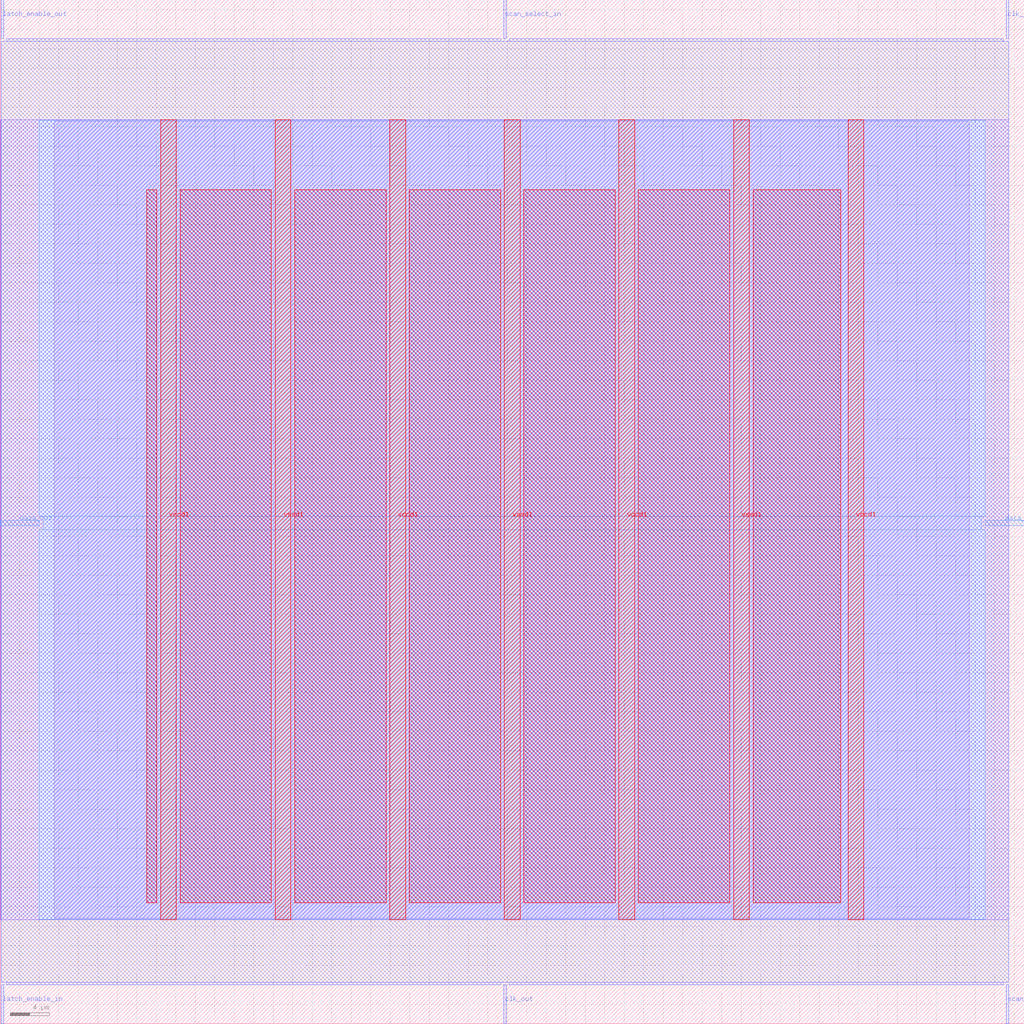
<source format=lef>
VERSION 5.7 ;
  NOWIREEXTENSIONATPIN ON ;
  DIVIDERCHAR "/" ;
  BUSBITCHARS "[]" ;
MACRO scan_wrapper_019235602376235615
  CLASS BLOCK ;
  FOREIGN scan_wrapper_019235602376235615 ;
  ORIGIN 0.000 0.000 ;
  SIZE 105.000 BY 105.000 ;
  PIN clk_in
    DIRECTION INPUT ;
    USE SIGNAL ;
    PORT
      LAYER met2 ;
        RECT 103.130 101.000 103.410 105.000 ;
    END
  END clk_in
  PIN clk_out
    DIRECTION OUTPUT TRISTATE ;
    USE SIGNAL ;
    PORT
      LAYER met2 ;
        RECT 51.610 0.000 51.890 4.000 ;
    END
  END clk_out
  PIN data_in
    DIRECTION INPUT ;
    USE SIGNAL ;
    PORT
      LAYER met3 ;
        RECT 101.000 51.040 105.000 51.640 ;
    END
  END data_in
  PIN data_out
    DIRECTION OUTPUT TRISTATE ;
    USE SIGNAL ;
    PORT
      LAYER met3 ;
        RECT 0.000 51.040 4.000 51.640 ;
    END
  END data_out
  PIN latch_enable_in
    DIRECTION INPUT ;
    USE SIGNAL ;
    PORT
      LAYER met2 ;
        RECT 0.090 0.000 0.370 4.000 ;
    END
  END latch_enable_in
  PIN latch_enable_out
    DIRECTION OUTPUT TRISTATE ;
    USE SIGNAL ;
    PORT
      LAYER met2 ;
        RECT 0.090 101.000 0.370 105.000 ;
    END
  END latch_enable_out
  PIN scan_select_in
    DIRECTION INPUT ;
    USE SIGNAL ;
    PORT
      LAYER met2 ;
        RECT 51.610 101.000 51.890 105.000 ;
    END
  END scan_select_in
  PIN scan_select_out
    DIRECTION OUTPUT TRISTATE ;
    USE SIGNAL ;
    PORT
      LAYER met2 ;
        RECT 103.130 0.000 103.410 4.000 ;
    END
  END scan_select_out
  PIN vccd1
    DIRECTION INOUT ;
    USE POWER ;
    PORT
      LAYER met4 ;
        RECT 16.465 10.640 18.065 92.720 ;
    END
    PORT
      LAYER met4 ;
        RECT 39.955 10.640 41.555 92.720 ;
    END
    PORT
      LAYER met4 ;
        RECT 63.445 10.640 65.045 92.720 ;
    END
    PORT
      LAYER met4 ;
        RECT 86.935 10.640 88.535 92.720 ;
    END
  END vccd1
  PIN vssd1
    DIRECTION INOUT ;
    USE GROUND ;
    PORT
      LAYER met4 ;
        RECT 28.210 10.640 29.810 92.720 ;
    END
    PORT
      LAYER met4 ;
        RECT 51.700 10.640 53.300 92.720 ;
    END
    PORT
      LAYER met4 ;
        RECT 75.190 10.640 76.790 92.720 ;
    END
  END vssd1
  OBS
      LAYER li1 ;
        RECT 5.520 10.795 99.360 92.565 ;
      LAYER met1 ;
        RECT 0.070 10.640 103.430 92.720 ;
      LAYER met2 ;
        RECT 0.650 100.720 51.330 101.000 ;
        RECT 52.170 100.720 102.850 101.000 ;
        RECT 0.100 4.280 103.400 100.720 ;
        RECT 0.650 4.000 51.330 4.280 ;
        RECT 52.170 4.000 102.850 4.280 ;
      LAYER met3 ;
        RECT 4.000 52.040 101.000 92.645 ;
        RECT 4.400 50.640 100.600 52.040 ;
        RECT 4.000 10.715 101.000 50.640 ;
      LAYER met4 ;
        RECT 15.015 12.415 16.065 85.505 ;
        RECT 18.465 12.415 27.810 85.505 ;
        RECT 30.210 12.415 39.555 85.505 ;
        RECT 41.955 12.415 51.300 85.505 ;
        RECT 53.700 12.415 63.045 85.505 ;
        RECT 65.445 12.415 74.790 85.505 ;
        RECT 77.190 12.415 86.185 85.505 ;
  END
END scan_wrapper_019235602376235615
END LIBRARY


</source>
